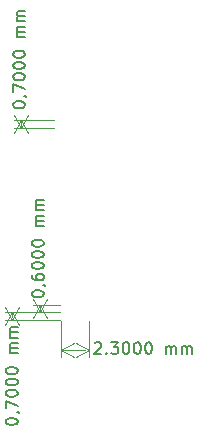
<source format=gbr>
%TF.GenerationSoftware,KiCad,Pcbnew,7.0.7*%
%TF.CreationDate,2023-12-11T13:03:46+01:00*%
%TF.ProjectId,flexAddressLedsV2,666c6578-4164-4647-9265-73734c656473,rev?*%
%TF.SameCoordinates,Original*%
%TF.FileFunction,Other,Comment*%
%FSLAX46Y46*%
G04 Gerber Fmt 4.6, Leading zero omitted, Abs format (unit mm)*
G04 Created by KiCad (PCBNEW 7.0.7) date 2023-12-11 13:03:46*
%MOMM*%
%LPD*%
G01*
G04 APERTURE LIST*
%ADD10C,0.150000*%
%ADD11C,0.120000*%
G04 APERTURE END LIST*
D10*
X27550819Y-46199761D02*
X27550819Y-46104523D01*
X27550819Y-46104523D02*
X27598438Y-46009285D01*
X27598438Y-46009285D02*
X27646057Y-45961666D01*
X27646057Y-45961666D02*
X27741295Y-45914047D01*
X27741295Y-45914047D02*
X27931771Y-45866428D01*
X27931771Y-45866428D02*
X28169866Y-45866428D01*
X28169866Y-45866428D02*
X28360342Y-45914047D01*
X28360342Y-45914047D02*
X28455580Y-45961666D01*
X28455580Y-45961666D02*
X28503200Y-46009285D01*
X28503200Y-46009285D02*
X28550819Y-46104523D01*
X28550819Y-46104523D02*
X28550819Y-46199761D01*
X28550819Y-46199761D02*
X28503200Y-46294999D01*
X28503200Y-46294999D02*
X28455580Y-46342618D01*
X28455580Y-46342618D02*
X28360342Y-46390237D01*
X28360342Y-46390237D02*
X28169866Y-46437856D01*
X28169866Y-46437856D02*
X27931771Y-46437856D01*
X27931771Y-46437856D02*
X27741295Y-46390237D01*
X27741295Y-46390237D02*
X27646057Y-46342618D01*
X27646057Y-46342618D02*
X27598438Y-46294999D01*
X27598438Y-46294999D02*
X27550819Y-46199761D01*
X28503200Y-45390237D02*
X28550819Y-45390237D01*
X28550819Y-45390237D02*
X28646057Y-45437856D01*
X28646057Y-45437856D02*
X28693676Y-45485475D01*
X27550819Y-44533095D02*
X27550819Y-44723571D01*
X27550819Y-44723571D02*
X27598438Y-44818809D01*
X27598438Y-44818809D02*
X27646057Y-44866428D01*
X27646057Y-44866428D02*
X27788914Y-44961666D01*
X27788914Y-44961666D02*
X27979390Y-45009285D01*
X27979390Y-45009285D02*
X28360342Y-45009285D01*
X28360342Y-45009285D02*
X28455580Y-44961666D01*
X28455580Y-44961666D02*
X28503200Y-44914047D01*
X28503200Y-44914047D02*
X28550819Y-44818809D01*
X28550819Y-44818809D02*
X28550819Y-44628333D01*
X28550819Y-44628333D02*
X28503200Y-44533095D01*
X28503200Y-44533095D02*
X28455580Y-44485476D01*
X28455580Y-44485476D02*
X28360342Y-44437857D01*
X28360342Y-44437857D02*
X28122247Y-44437857D01*
X28122247Y-44437857D02*
X28027009Y-44485476D01*
X28027009Y-44485476D02*
X27979390Y-44533095D01*
X27979390Y-44533095D02*
X27931771Y-44628333D01*
X27931771Y-44628333D02*
X27931771Y-44818809D01*
X27931771Y-44818809D02*
X27979390Y-44914047D01*
X27979390Y-44914047D02*
X28027009Y-44961666D01*
X28027009Y-44961666D02*
X28122247Y-45009285D01*
X27550819Y-43818809D02*
X27550819Y-43723571D01*
X27550819Y-43723571D02*
X27598438Y-43628333D01*
X27598438Y-43628333D02*
X27646057Y-43580714D01*
X27646057Y-43580714D02*
X27741295Y-43533095D01*
X27741295Y-43533095D02*
X27931771Y-43485476D01*
X27931771Y-43485476D02*
X28169866Y-43485476D01*
X28169866Y-43485476D02*
X28360342Y-43533095D01*
X28360342Y-43533095D02*
X28455580Y-43580714D01*
X28455580Y-43580714D02*
X28503200Y-43628333D01*
X28503200Y-43628333D02*
X28550819Y-43723571D01*
X28550819Y-43723571D02*
X28550819Y-43818809D01*
X28550819Y-43818809D02*
X28503200Y-43914047D01*
X28503200Y-43914047D02*
X28455580Y-43961666D01*
X28455580Y-43961666D02*
X28360342Y-44009285D01*
X28360342Y-44009285D02*
X28169866Y-44056904D01*
X28169866Y-44056904D02*
X27931771Y-44056904D01*
X27931771Y-44056904D02*
X27741295Y-44009285D01*
X27741295Y-44009285D02*
X27646057Y-43961666D01*
X27646057Y-43961666D02*
X27598438Y-43914047D01*
X27598438Y-43914047D02*
X27550819Y-43818809D01*
X27550819Y-42866428D02*
X27550819Y-42771190D01*
X27550819Y-42771190D02*
X27598438Y-42675952D01*
X27598438Y-42675952D02*
X27646057Y-42628333D01*
X27646057Y-42628333D02*
X27741295Y-42580714D01*
X27741295Y-42580714D02*
X27931771Y-42533095D01*
X27931771Y-42533095D02*
X28169866Y-42533095D01*
X28169866Y-42533095D02*
X28360342Y-42580714D01*
X28360342Y-42580714D02*
X28455580Y-42628333D01*
X28455580Y-42628333D02*
X28503200Y-42675952D01*
X28503200Y-42675952D02*
X28550819Y-42771190D01*
X28550819Y-42771190D02*
X28550819Y-42866428D01*
X28550819Y-42866428D02*
X28503200Y-42961666D01*
X28503200Y-42961666D02*
X28455580Y-43009285D01*
X28455580Y-43009285D02*
X28360342Y-43056904D01*
X28360342Y-43056904D02*
X28169866Y-43104523D01*
X28169866Y-43104523D02*
X27931771Y-43104523D01*
X27931771Y-43104523D02*
X27741295Y-43056904D01*
X27741295Y-43056904D02*
X27646057Y-43009285D01*
X27646057Y-43009285D02*
X27598438Y-42961666D01*
X27598438Y-42961666D02*
X27550819Y-42866428D01*
X27550819Y-41914047D02*
X27550819Y-41818809D01*
X27550819Y-41818809D02*
X27598438Y-41723571D01*
X27598438Y-41723571D02*
X27646057Y-41675952D01*
X27646057Y-41675952D02*
X27741295Y-41628333D01*
X27741295Y-41628333D02*
X27931771Y-41580714D01*
X27931771Y-41580714D02*
X28169866Y-41580714D01*
X28169866Y-41580714D02*
X28360342Y-41628333D01*
X28360342Y-41628333D02*
X28455580Y-41675952D01*
X28455580Y-41675952D02*
X28503200Y-41723571D01*
X28503200Y-41723571D02*
X28550819Y-41818809D01*
X28550819Y-41818809D02*
X28550819Y-41914047D01*
X28550819Y-41914047D02*
X28503200Y-42009285D01*
X28503200Y-42009285D02*
X28455580Y-42056904D01*
X28455580Y-42056904D02*
X28360342Y-42104523D01*
X28360342Y-42104523D02*
X28169866Y-42152142D01*
X28169866Y-42152142D02*
X27931771Y-42152142D01*
X27931771Y-42152142D02*
X27741295Y-42104523D01*
X27741295Y-42104523D02*
X27646057Y-42056904D01*
X27646057Y-42056904D02*
X27598438Y-42009285D01*
X27598438Y-42009285D02*
X27550819Y-41914047D01*
X28550819Y-40390237D02*
X27884152Y-40390237D01*
X27979390Y-40390237D02*
X27931771Y-40342618D01*
X27931771Y-40342618D02*
X27884152Y-40247380D01*
X27884152Y-40247380D02*
X27884152Y-40104523D01*
X27884152Y-40104523D02*
X27931771Y-40009285D01*
X27931771Y-40009285D02*
X28027009Y-39961666D01*
X28027009Y-39961666D02*
X28550819Y-39961666D01*
X28027009Y-39961666D02*
X27931771Y-39914047D01*
X27931771Y-39914047D02*
X27884152Y-39818809D01*
X27884152Y-39818809D02*
X27884152Y-39675952D01*
X27884152Y-39675952D02*
X27931771Y-39580713D01*
X27931771Y-39580713D02*
X28027009Y-39533094D01*
X28027009Y-39533094D02*
X28550819Y-39533094D01*
X28550819Y-39056904D02*
X27884152Y-39056904D01*
X27979390Y-39056904D02*
X27931771Y-39009285D01*
X27931771Y-39009285D02*
X27884152Y-38914047D01*
X27884152Y-38914047D02*
X27884152Y-38771190D01*
X27884152Y-38771190D02*
X27931771Y-38675952D01*
X27931771Y-38675952D02*
X28027009Y-38628333D01*
X28027009Y-38628333D02*
X28550819Y-38628333D01*
X28027009Y-38628333D02*
X27931771Y-38580714D01*
X27931771Y-38580714D02*
X27884152Y-38485476D01*
X27884152Y-38485476D02*
X27884152Y-38342619D01*
X27884152Y-38342619D02*
X27931771Y-38247380D01*
X27931771Y-38247380D02*
X28027009Y-38199761D01*
X28027009Y-38199761D02*
X28550819Y-38199761D01*
D11*
X29900000Y-47095000D02*
X27649580Y-47095000D01*
X29900000Y-47695000D02*
X27649580Y-47695000D01*
X28236000Y-47253333D02*
X28236000Y-47695000D01*
X28236000Y-47095000D02*
X28822421Y-48221504D01*
X28236000Y-47095000D02*
X27649579Y-48221504D01*
X28236000Y-47695000D02*
X27649579Y-46568496D01*
X28236000Y-47695000D02*
X28822421Y-46568496D01*
D10*
X32859143Y-50345057D02*
X32906762Y-50297438D01*
X32906762Y-50297438D02*
X33002000Y-50249819D01*
X33002000Y-50249819D02*
X33240095Y-50249819D01*
X33240095Y-50249819D02*
X33335333Y-50297438D01*
X33335333Y-50297438D02*
X33382952Y-50345057D01*
X33382952Y-50345057D02*
X33430571Y-50440295D01*
X33430571Y-50440295D02*
X33430571Y-50535533D01*
X33430571Y-50535533D02*
X33382952Y-50678390D01*
X33382952Y-50678390D02*
X32811524Y-51249819D01*
X32811524Y-51249819D02*
X33430571Y-51249819D01*
X33859143Y-51154580D02*
X33906762Y-51202200D01*
X33906762Y-51202200D02*
X33859143Y-51249819D01*
X33859143Y-51249819D02*
X33811524Y-51202200D01*
X33811524Y-51202200D02*
X33859143Y-51154580D01*
X33859143Y-51154580D02*
X33859143Y-51249819D01*
X34240095Y-50249819D02*
X34859142Y-50249819D01*
X34859142Y-50249819D02*
X34525809Y-50630771D01*
X34525809Y-50630771D02*
X34668666Y-50630771D01*
X34668666Y-50630771D02*
X34763904Y-50678390D01*
X34763904Y-50678390D02*
X34811523Y-50726009D01*
X34811523Y-50726009D02*
X34859142Y-50821247D01*
X34859142Y-50821247D02*
X34859142Y-51059342D01*
X34859142Y-51059342D02*
X34811523Y-51154580D01*
X34811523Y-51154580D02*
X34763904Y-51202200D01*
X34763904Y-51202200D02*
X34668666Y-51249819D01*
X34668666Y-51249819D02*
X34382952Y-51249819D01*
X34382952Y-51249819D02*
X34287714Y-51202200D01*
X34287714Y-51202200D02*
X34240095Y-51154580D01*
X35478190Y-50249819D02*
X35573428Y-50249819D01*
X35573428Y-50249819D02*
X35668666Y-50297438D01*
X35668666Y-50297438D02*
X35716285Y-50345057D01*
X35716285Y-50345057D02*
X35763904Y-50440295D01*
X35763904Y-50440295D02*
X35811523Y-50630771D01*
X35811523Y-50630771D02*
X35811523Y-50868866D01*
X35811523Y-50868866D02*
X35763904Y-51059342D01*
X35763904Y-51059342D02*
X35716285Y-51154580D01*
X35716285Y-51154580D02*
X35668666Y-51202200D01*
X35668666Y-51202200D02*
X35573428Y-51249819D01*
X35573428Y-51249819D02*
X35478190Y-51249819D01*
X35478190Y-51249819D02*
X35382952Y-51202200D01*
X35382952Y-51202200D02*
X35335333Y-51154580D01*
X35335333Y-51154580D02*
X35287714Y-51059342D01*
X35287714Y-51059342D02*
X35240095Y-50868866D01*
X35240095Y-50868866D02*
X35240095Y-50630771D01*
X35240095Y-50630771D02*
X35287714Y-50440295D01*
X35287714Y-50440295D02*
X35335333Y-50345057D01*
X35335333Y-50345057D02*
X35382952Y-50297438D01*
X35382952Y-50297438D02*
X35478190Y-50249819D01*
X36430571Y-50249819D02*
X36525809Y-50249819D01*
X36525809Y-50249819D02*
X36621047Y-50297438D01*
X36621047Y-50297438D02*
X36668666Y-50345057D01*
X36668666Y-50345057D02*
X36716285Y-50440295D01*
X36716285Y-50440295D02*
X36763904Y-50630771D01*
X36763904Y-50630771D02*
X36763904Y-50868866D01*
X36763904Y-50868866D02*
X36716285Y-51059342D01*
X36716285Y-51059342D02*
X36668666Y-51154580D01*
X36668666Y-51154580D02*
X36621047Y-51202200D01*
X36621047Y-51202200D02*
X36525809Y-51249819D01*
X36525809Y-51249819D02*
X36430571Y-51249819D01*
X36430571Y-51249819D02*
X36335333Y-51202200D01*
X36335333Y-51202200D02*
X36287714Y-51154580D01*
X36287714Y-51154580D02*
X36240095Y-51059342D01*
X36240095Y-51059342D02*
X36192476Y-50868866D01*
X36192476Y-50868866D02*
X36192476Y-50630771D01*
X36192476Y-50630771D02*
X36240095Y-50440295D01*
X36240095Y-50440295D02*
X36287714Y-50345057D01*
X36287714Y-50345057D02*
X36335333Y-50297438D01*
X36335333Y-50297438D02*
X36430571Y-50249819D01*
X37382952Y-50249819D02*
X37478190Y-50249819D01*
X37478190Y-50249819D02*
X37573428Y-50297438D01*
X37573428Y-50297438D02*
X37621047Y-50345057D01*
X37621047Y-50345057D02*
X37668666Y-50440295D01*
X37668666Y-50440295D02*
X37716285Y-50630771D01*
X37716285Y-50630771D02*
X37716285Y-50868866D01*
X37716285Y-50868866D02*
X37668666Y-51059342D01*
X37668666Y-51059342D02*
X37621047Y-51154580D01*
X37621047Y-51154580D02*
X37573428Y-51202200D01*
X37573428Y-51202200D02*
X37478190Y-51249819D01*
X37478190Y-51249819D02*
X37382952Y-51249819D01*
X37382952Y-51249819D02*
X37287714Y-51202200D01*
X37287714Y-51202200D02*
X37240095Y-51154580D01*
X37240095Y-51154580D02*
X37192476Y-51059342D01*
X37192476Y-51059342D02*
X37144857Y-50868866D01*
X37144857Y-50868866D02*
X37144857Y-50630771D01*
X37144857Y-50630771D02*
X37192476Y-50440295D01*
X37192476Y-50440295D02*
X37240095Y-50345057D01*
X37240095Y-50345057D02*
X37287714Y-50297438D01*
X37287714Y-50297438D02*
X37382952Y-50249819D01*
X38906762Y-51249819D02*
X38906762Y-50583152D01*
X38906762Y-50678390D02*
X38954381Y-50630771D01*
X38954381Y-50630771D02*
X39049619Y-50583152D01*
X39049619Y-50583152D02*
X39192476Y-50583152D01*
X39192476Y-50583152D02*
X39287714Y-50630771D01*
X39287714Y-50630771D02*
X39335333Y-50726009D01*
X39335333Y-50726009D02*
X39335333Y-51249819D01*
X39335333Y-50726009D02*
X39382952Y-50630771D01*
X39382952Y-50630771D02*
X39478190Y-50583152D01*
X39478190Y-50583152D02*
X39621047Y-50583152D01*
X39621047Y-50583152D02*
X39716286Y-50630771D01*
X39716286Y-50630771D02*
X39763905Y-50726009D01*
X39763905Y-50726009D02*
X39763905Y-51249819D01*
X40240095Y-51249819D02*
X40240095Y-50583152D01*
X40240095Y-50678390D02*
X40287714Y-50630771D01*
X40287714Y-50630771D02*
X40382952Y-50583152D01*
X40382952Y-50583152D02*
X40525809Y-50583152D01*
X40525809Y-50583152D02*
X40621047Y-50630771D01*
X40621047Y-50630771D02*
X40668666Y-50726009D01*
X40668666Y-50726009D02*
X40668666Y-51249819D01*
X40668666Y-50726009D02*
X40716285Y-50630771D01*
X40716285Y-50630771D02*
X40811523Y-50583152D01*
X40811523Y-50583152D02*
X40954380Y-50583152D01*
X40954380Y-50583152D02*
X41049619Y-50630771D01*
X41049619Y-50630771D02*
X41097238Y-50726009D01*
X41097238Y-50726009D02*
X41097238Y-51249819D01*
D11*
X30004000Y-48495000D02*
X30004000Y-51481420D01*
X32400000Y-48495000D02*
X32400000Y-51481420D01*
X30004000Y-50895000D02*
X32043667Y-50895000D01*
X30004000Y-50895000D02*
X31130504Y-50308579D01*
X30004000Y-50895000D02*
X31130504Y-51481421D01*
X32400000Y-50895000D02*
X31273496Y-51481421D01*
X32400000Y-50895000D02*
X31273496Y-50308579D01*
D10*
X25954819Y-30204761D02*
X25954819Y-30109523D01*
X25954819Y-30109523D02*
X26002438Y-30014285D01*
X26002438Y-30014285D02*
X26050057Y-29966666D01*
X26050057Y-29966666D02*
X26145295Y-29919047D01*
X26145295Y-29919047D02*
X26335771Y-29871428D01*
X26335771Y-29871428D02*
X26573866Y-29871428D01*
X26573866Y-29871428D02*
X26764342Y-29919047D01*
X26764342Y-29919047D02*
X26859580Y-29966666D01*
X26859580Y-29966666D02*
X26907200Y-30014285D01*
X26907200Y-30014285D02*
X26954819Y-30109523D01*
X26954819Y-30109523D02*
X26954819Y-30204761D01*
X26954819Y-30204761D02*
X26907200Y-30299999D01*
X26907200Y-30299999D02*
X26859580Y-30347618D01*
X26859580Y-30347618D02*
X26764342Y-30395237D01*
X26764342Y-30395237D02*
X26573866Y-30442856D01*
X26573866Y-30442856D02*
X26335771Y-30442856D01*
X26335771Y-30442856D02*
X26145295Y-30395237D01*
X26145295Y-30395237D02*
X26050057Y-30347618D01*
X26050057Y-30347618D02*
X26002438Y-30299999D01*
X26002438Y-30299999D02*
X25954819Y-30204761D01*
X26907200Y-29395237D02*
X26954819Y-29395237D01*
X26954819Y-29395237D02*
X27050057Y-29442856D01*
X27050057Y-29442856D02*
X27097676Y-29490475D01*
X25954819Y-29061904D02*
X25954819Y-28395238D01*
X25954819Y-28395238D02*
X26954819Y-28823809D01*
X25954819Y-27823809D02*
X25954819Y-27728571D01*
X25954819Y-27728571D02*
X26002438Y-27633333D01*
X26002438Y-27633333D02*
X26050057Y-27585714D01*
X26050057Y-27585714D02*
X26145295Y-27538095D01*
X26145295Y-27538095D02*
X26335771Y-27490476D01*
X26335771Y-27490476D02*
X26573866Y-27490476D01*
X26573866Y-27490476D02*
X26764342Y-27538095D01*
X26764342Y-27538095D02*
X26859580Y-27585714D01*
X26859580Y-27585714D02*
X26907200Y-27633333D01*
X26907200Y-27633333D02*
X26954819Y-27728571D01*
X26954819Y-27728571D02*
X26954819Y-27823809D01*
X26954819Y-27823809D02*
X26907200Y-27919047D01*
X26907200Y-27919047D02*
X26859580Y-27966666D01*
X26859580Y-27966666D02*
X26764342Y-28014285D01*
X26764342Y-28014285D02*
X26573866Y-28061904D01*
X26573866Y-28061904D02*
X26335771Y-28061904D01*
X26335771Y-28061904D02*
X26145295Y-28014285D01*
X26145295Y-28014285D02*
X26050057Y-27966666D01*
X26050057Y-27966666D02*
X26002438Y-27919047D01*
X26002438Y-27919047D02*
X25954819Y-27823809D01*
X25954819Y-26871428D02*
X25954819Y-26776190D01*
X25954819Y-26776190D02*
X26002438Y-26680952D01*
X26002438Y-26680952D02*
X26050057Y-26633333D01*
X26050057Y-26633333D02*
X26145295Y-26585714D01*
X26145295Y-26585714D02*
X26335771Y-26538095D01*
X26335771Y-26538095D02*
X26573866Y-26538095D01*
X26573866Y-26538095D02*
X26764342Y-26585714D01*
X26764342Y-26585714D02*
X26859580Y-26633333D01*
X26859580Y-26633333D02*
X26907200Y-26680952D01*
X26907200Y-26680952D02*
X26954819Y-26776190D01*
X26954819Y-26776190D02*
X26954819Y-26871428D01*
X26954819Y-26871428D02*
X26907200Y-26966666D01*
X26907200Y-26966666D02*
X26859580Y-27014285D01*
X26859580Y-27014285D02*
X26764342Y-27061904D01*
X26764342Y-27061904D02*
X26573866Y-27109523D01*
X26573866Y-27109523D02*
X26335771Y-27109523D01*
X26335771Y-27109523D02*
X26145295Y-27061904D01*
X26145295Y-27061904D02*
X26050057Y-27014285D01*
X26050057Y-27014285D02*
X26002438Y-26966666D01*
X26002438Y-26966666D02*
X25954819Y-26871428D01*
X25954819Y-25919047D02*
X25954819Y-25823809D01*
X25954819Y-25823809D02*
X26002438Y-25728571D01*
X26002438Y-25728571D02*
X26050057Y-25680952D01*
X26050057Y-25680952D02*
X26145295Y-25633333D01*
X26145295Y-25633333D02*
X26335771Y-25585714D01*
X26335771Y-25585714D02*
X26573866Y-25585714D01*
X26573866Y-25585714D02*
X26764342Y-25633333D01*
X26764342Y-25633333D02*
X26859580Y-25680952D01*
X26859580Y-25680952D02*
X26907200Y-25728571D01*
X26907200Y-25728571D02*
X26954819Y-25823809D01*
X26954819Y-25823809D02*
X26954819Y-25919047D01*
X26954819Y-25919047D02*
X26907200Y-26014285D01*
X26907200Y-26014285D02*
X26859580Y-26061904D01*
X26859580Y-26061904D02*
X26764342Y-26109523D01*
X26764342Y-26109523D02*
X26573866Y-26157142D01*
X26573866Y-26157142D02*
X26335771Y-26157142D01*
X26335771Y-26157142D02*
X26145295Y-26109523D01*
X26145295Y-26109523D02*
X26050057Y-26061904D01*
X26050057Y-26061904D02*
X26002438Y-26014285D01*
X26002438Y-26014285D02*
X25954819Y-25919047D01*
X26954819Y-24395237D02*
X26288152Y-24395237D01*
X26383390Y-24395237D02*
X26335771Y-24347618D01*
X26335771Y-24347618D02*
X26288152Y-24252380D01*
X26288152Y-24252380D02*
X26288152Y-24109523D01*
X26288152Y-24109523D02*
X26335771Y-24014285D01*
X26335771Y-24014285D02*
X26431009Y-23966666D01*
X26431009Y-23966666D02*
X26954819Y-23966666D01*
X26431009Y-23966666D02*
X26335771Y-23919047D01*
X26335771Y-23919047D02*
X26288152Y-23823809D01*
X26288152Y-23823809D02*
X26288152Y-23680952D01*
X26288152Y-23680952D02*
X26335771Y-23585713D01*
X26335771Y-23585713D02*
X26431009Y-23538094D01*
X26431009Y-23538094D02*
X26954819Y-23538094D01*
X26954819Y-23061904D02*
X26288152Y-23061904D01*
X26383390Y-23061904D02*
X26335771Y-23014285D01*
X26335771Y-23014285D02*
X26288152Y-22919047D01*
X26288152Y-22919047D02*
X26288152Y-22776190D01*
X26288152Y-22776190D02*
X26335771Y-22680952D01*
X26335771Y-22680952D02*
X26431009Y-22633333D01*
X26431009Y-22633333D02*
X26954819Y-22633333D01*
X26431009Y-22633333D02*
X26335771Y-22585714D01*
X26335771Y-22585714D02*
X26288152Y-22490476D01*
X26288152Y-22490476D02*
X26288152Y-22347619D01*
X26288152Y-22347619D02*
X26335771Y-22252380D01*
X26335771Y-22252380D02*
X26431009Y-22204761D01*
X26431009Y-22204761D02*
X26954819Y-22204761D01*
D11*
X29400000Y-31400000D02*
X26013580Y-31400000D01*
X29400000Y-32100000D02*
X26013580Y-32100000D01*
X26600000Y-31400000D02*
X26600000Y-32100000D01*
X26600000Y-31400000D02*
X26600000Y-32100000D01*
X26600000Y-31400000D02*
X27186421Y-32526504D01*
X26600000Y-31400000D02*
X26013579Y-32526504D01*
X26600000Y-32100000D02*
X26013579Y-30973496D01*
X26600000Y-32100000D02*
X27186421Y-30973496D01*
D10*
X25354819Y-56999761D02*
X25354819Y-56904523D01*
X25354819Y-56904523D02*
X25402438Y-56809285D01*
X25402438Y-56809285D02*
X25450057Y-56761666D01*
X25450057Y-56761666D02*
X25545295Y-56714047D01*
X25545295Y-56714047D02*
X25735771Y-56666428D01*
X25735771Y-56666428D02*
X25973866Y-56666428D01*
X25973866Y-56666428D02*
X26164342Y-56714047D01*
X26164342Y-56714047D02*
X26259580Y-56761666D01*
X26259580Y-56761666D02*
X26307200Y-56809285D01*
X26307200Y-56809285D02*
X26354819Y-56904523D01*
X26354819Y-56904523D02*
X26354819Y-56999761D01*
X26354819Y-56999761D02*
X26307200Y-57094999D01*
X26307200Y-57094999D02*
X26259580Y-57142618D01*
X26259580Y-57142618D02*
X26164342Y-57190237D01*
X26164342Y-57190237D02*
X25973866Y-57237856D01*
X25973866Y-57237856D02*
X25735771Y-57237856D01*
X25735771Y-57237856D02*
X25545295Y-57190237D01*
X25545295Y-57190237D02*
X25450057Y-57142618D01*
X25450057Y-57142618D02*
X25402438Y-57094999D01*
X25402438Y-57094999D02*
X25354819Y-56999761D01*
X26307200Y-56190237D02*
X26354819Y-56190237D01*
X26354819Y-56190237D02*
X26450057Y-56237856D01*
X26450057Y-56237856D02*
X26497676Y-56285475D01*
X25354819Y-55856904D02*
X25354819Y-55190238D01*
X25354819Y-55190238D02*
X26354819Y-55618809D01*
X25354819Y-54618809D02*
X25354819Y-54523571D01*
X25354819Y-54523571D02*
X25402438Y-54428333D01*
X25402438Y-54428333D02*
X25450057Y-54380714D01*
X25450057Y-54380714D02*
X25545295Y-54333095D01*
X25545295Y-54333095D02*
X25735771Y-54285476D01*
X25735771Y-54285476D02*
X25973866Y-54285476D01*
X25973866Y-54285476D02*
X26164342Y-54333095D01*
X26164342Y-54333095D02*
X26259580Y-54380714D01*
X26259580Y-54380714D02*
X26307200Y-54428333D01*
X26307200Y-54428333D02*
X26354819Y-54523571D01*
X26354819Y-54523571D02*
X26354819Y-54618809D01*
X26354819Y-54618809D02*
X26307200Y-54714047D01*
X26307200Y-54714047D02*
X26259580Y-54761666D01*
X26259580Y-54761666D02*
X26164342Y-54809285D01*
X26164342Y-54809285D02*
X25973866Y-54856904D01*
X25973866Y-54856904D02*
X25735771Y-54856904D01*
X25735771Y-54856904D02*
X25545295Y-54809285D01*
X25545295Y-54809285D02*
X25450057Y-54761666D01*
X25450057Y-54761666D02*
X25402438Y-54714047D01*
X25402438Y-54714047D02*
X25354819Y-54618809D01*
X25354819Y-53666428D02*
X25354819Y-53571190D01*
X25354819Y-53571190D02*
X25402438Y-53475952D01*
X25402438Y-53475952D02*
X25450057Y-53428333D01*
X25450057Y-53428333D02*
X25545295Y-53380714D01*
X25545295Y-53380714D02*
X25735771Y-53333095D01*
X25735771Y-53333095D02*
X25973866Y-53333095D01*
X25973866Y-53333095D02*
X26164342Y-53380714D01*
X26164342Y-53380714D02*
X26259580Y-53428333D01*
X26259580Y-53428333D02*
X26307200Y-53475952D01*
X26307200Y-53475952D02*
X26354819Y-53571190D01*
X26354819Y-53571190D02*
X26354819Y-53666428D01*
X26354819Y-53666428D02*
X26307200Y-53761666D01*
X26307200Y-53761666D02*
X26259580Y-53809285D01*
X26259580Y-53809285D02*
X26164342Y-53856904D01*
X26164342Y-53856904D02*
X25973866Y-53904523D01*
X25973866Y-53904523D02*
X25735771Y-53904523D01*
X25735771Y-53904523D02*
X25545295Y-53856904D01*
X25545295Y-53856904D02*
X25450057Y-53809285D01*
X25450057Y-53809285D02*
X25402438Y-53761666D01*
X25402438Y-53761666D02*
X25354819Y-53666428D01*
X25354819Y-52714047D02*
X25354819Y-52618809D01*
X25354819Y-52618809D02*
X25402438Y-52523571D01*
X25402438Y-52523571D02*
X25450057Y-52475952D01*
X25450057Y-52475952D02*
X25545295Y-52428333D01*
X25545295Y-52428333D02*
X25735771Y-52380714D01*
X25735771Y-52380714D02*
X25973866Y-52380714D01*
X25973866Y-52380714D02*
X26164342Y-52428333D01*
X26164342Y-52428333D02*
X26259580Y-52475952D01*
X26259580Y-52475952D02*
X26307200Y-52523571D01*
X26307200Y-52523571D02*
X26354819Y-52618809D01*
X26354819Y-52618809D02*
X26354819Y-52714047D01*
X26354819Y-52714047D02*
X26307200Y-52809285D01*
X26307200Y-52809285D02*
X26259580Y-52856904D01*
X26259580Y-52856904D02*
X26164342Y-52904523D01*
X26164342Y-52904523D02*
X25973866Y-52952142D01*
X25973866Y-52952142D02*
X25735771Y-52952142D01*
X25735771Y-52952142D02*
X25545295Y-52904523D01*
X25545295Y-52904523D02*
X25450057Y-52856904D01*
X25450057Y-52856904D02*
X25402438Y-52809285D01*
X25402438Y-52809285D02*
X25354819Y-52714047D01*
X26354819Y-51190237D02*
X25688152Y-51190237D01*
X25783390Y-51190237D02*
X25735771Y-51142618D01*
X25735771Y-51142618D02*
X25688152Y-51047380D01*
X25688152Y-51047380D02*
X25688152Y-50904523D01*
X25688152Y-50904523D02*
X25735771Y-50809285D01*
X25735771Y-50809285D02*
X25831009Y-50761666D01*
X25831009Y-50761666D02*
X26354819Y-50761666D01*
X25831009Y-50761666D02*
X25735771Y-50714047D01*
X25735771Y-50714047D02*
X25688152Y-50618809D01*
X25688152Y-50618809D02*
X25688152Y-50475952D01*
X25688152Y-50475952D02*
X25735771Y-50380713D01*
X25735771Y-50380713D02*
X25831009Y-50333094D01*
X25831009Y-50333094D02*
X26354819Y-50333094D01*
X26354819Y-49856904D02*
X25688152Y-49856904D01*
X25783390Y-49856904D02*
X25735771Y-49809285D01*
X25735771Y-49809285D02*
X25688152Y-49714047D01*
X25688152Y-49714047D02*
X25688152Y-49571190D01*
X25688152Y-49571190D02*
X25735771Y-49475952D01*
X25735771Y-49475952D02*
X25831009Y-49428333D01*
X25831009Y-49428333D02*
X26354819Y-49428333D01*
X25831009Y-49428333D02*
X25735771Y-49380714D01*
X25735771Y-49380714D02*
X25688152Y-49285476D01*
X25688152Y-49285476D02*
X25688152Y-49142619D01*
X25688152Y-49142619D02*
X25735771Y-49047380D01*
X25735771Y-49047380D02*
X25831009Y-48999761D01*
X25831009Y-48999761D02*
X26354819Y-48999761D01*
D11*
X29900000Y-48395000D02*
X25313580Y-48395000D01*
X29900000Y-47695000D02*
X25313580Y-47695000D01*
X25900000Y-48136667D02*
X25900000Y-47695000D01*
X25900000Y-48395000D02*
X25313579Y-47268496D01*
X25900000Y-48395000D02*
X26486421Y-47268496D01*
X25900000Y-47695000D02*
X26486421Y-48821504D01*
X25900000Y-47695000D02*
X25313579Y-48821504D01*
M02*

</source>
